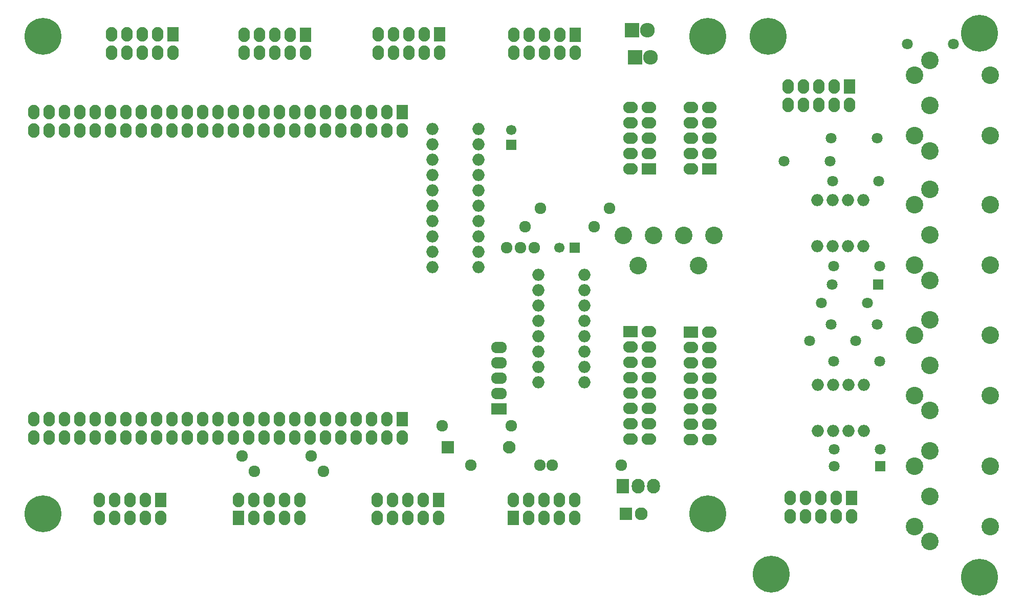
<source format=gbr>
G04 #@! TF.FileFunction,Soldermask,Top*
%FSLAX46Y46*%
G04 Gerber Fmt 4.6, Leading zero omitted, Abs format (unit mm)*
G04 Created by KiCad (PCBNEW 4.0.2-stable) date 18/08/2016 01:32:27*
%MOMM*%
G01*
G04 APERTURE LIST*
%ADD10C,0.100000*%
%ADD11O,2.000000X2.000000*%
%ADD12C,6.100000*%
%ADD13O,1.900000X2.400000*%
%ADD14R,1.900000X2.400000*%
%ADD15C,2.099260*%
%ADD16R,2.099260X2.099260*%
%ADD17R,2.432000X2.432000*%
%ADD18O,2.432000X2.432000*%
%ADD19R,2.127200X2.432000*%
%ADD20O,2.127200X2.432000*%
%ADD21R,2.599640X1.924000*%
%ADD22O,2.599640X1.924000*%
%ADD23C,1.924000*%
%ADD24C,2.899360*%
%ADD25R,2.127200X2.127200*%
%ADD26O,2.127200X2.127200*%
%ADD27O,2.400000X1.900000*%
%ADD28R,2.400000X1.900000*%
%ADD29R,1.700000X1.700000*%
%ADD30C,1.700000*%
%ADD31R,1.797000X1.797000*%
%ADD32C,1.797000*%
G04 APERTURE END LIST*
D10*
D11*
X133620000Y-74280000D03*
X133620000Y-71740000D03*
X133620000Y-69200000D03*
X133620000Y-66660000D03*
X133620000Y-64120000D03*
X133620000Y-61580000D03*
X133620000Y-59040000D03*
X133620000Y-56500000D03*
X126000000Y-56500000D03*
X126000000Y-59040000D03*
X126000000Y-61580000D03*
X126000000Y-64120000D03*
X126000000Y-66660000D03*
X126000000Y-69200000D03*
X126000000Y-71740000D03*
X126000000Y-74280000D03*
D12*
X199000000Y-16500000D03*
X164000000Y-17000000D03*
X199000000Y-106500000D03*
X164500000Y-106000000D03*
D11*
X108500000Y-32380000D03*
X108500000Y-34920000D03*
X108500000Y-37460000D03*
X108500000Y-40000000D03*
X108500000Y-42540000D03*
X108500000Y-45080000D03*
X108500000Y-47620000D03*
X108500000Y-50160000D03*
X108500000Y-52700000D03*
X108500000Y-55240000D03*
X116120000Y-55240000D03*
X116120000Y-52700000D03*
X116120000Y-50160000D03*
X116120000Y-47620000D03*
X116120000Y-45080000D03*
X116120000Y-42540000D03*
X116120000Y-40000000D03*
X116120000Y-37460000D03*
X116120000Y-34920000D03*
X116120000Y-32380000D03*
D13*
X42500000Y-80380000D03*
X45040000Y-80380000D03*
X47580000Y-80380000D03*
X50120000Y-80380000D03*
X52660000Y-80380000D03*
X55200000Y-80380000D03*
X57740000Y-80380000D03*
X60280000Y-80380000D03*
X62820000Y-80380000D03*
X65360000Y-80380000D03*
X67900000Y-80380000D03*
X70440000Y-80380000D03*
X72980000Y-80380000D03*
X75520000Y-80380000D03*
X78060000Y-80380000D03*
X80600000Y-80380000D03*
X83140000Y-80380000D03*
X85680000Y-80380000D03*
X88220000Y-80380000D03*
X90760000Y-80380000D03*
X93300000Y-80380000D03*
X95840000Y-80380000D03*
X98380000Y-80380000D03*
X100920000Y-80380000D03*
D14*
X103460000Y-80380000D03*
D13*
X103460000Y-83420000D03*
X100920000Y-83420000D03*
X98380000Y-83420000D03*
X95840000Y-83420000D03*
X93300000Y-83420000D03*
X90760000Y-83420000D03*
X88220000Y-83420000D03*
X85680000Y-83420000D03*
X83140000Y-83420000D03*
X80600000Y-83420000D03*
X78060000Y-83420000D03*
X75520000Y-83420000D03*
X72980000Y-83420000D03*
X70440000Y-83420000D03*
X67900000Y-83420000D03*
X65360000Y-83420000D03*
X62820000Y-83420000D03*
X60280000Y-83420000D03*
X57740000Y-83420000D03*
X55200000Y-83420000D03*
X52660000Y-83420000D03*
X50120000Y-83420000D03*
X47580000Y-83420000D03*
X45040000Y-83420000D03*
X42500000Y-83420000D03*
X42500000Y-32620000D03*
X45040000Y-32620000D03*
X47580000Y-32620000D03*
X50120000Y-32620000D03*
X52660000Y-32620000D03*
X55200000Y-32620000D03*
X57740000Y-32620000D03*
X60280000Y-32620000D03*
X62820000Y-32620000D03*
X65360000Y-32620000D03*
X67900000Y-32620000D03*
X70440000Y-32620000D03*
X72980000Y-32620000D03*
X75520000Y-32620000D03*
X78060000Y-32620000D03*
X80600000Y-32620000D03*
X83140000Y-32620000D03*
X85680000Y-32620000D03*
X88220000Y-32620000D03*
X90760000Y-32620000D03*
X93300000Y-32620000D03*
X95840000Y-32620000D03*
X98380000Y-32620000D03*
X100920000Y-32620000D03*
X103460000Y-32620000D03*
D14*
X103460000Y-29580000D03*
D13*
X100920000Y-29580000D03*
X98380000Y-29580000D03*
X95840000Y-29580000D03*
X93300000Y-29580000D03*
X90760000Y-29580000D03*
X88220000Y-29580000D03*
X85680000Y-29580000D03*
X83140000Y-29580000D03*
X80600000Y-29580000D03*
X78060000Y-29580000D03*
X75520000Y-29580000D03*
X72980000Y-29580000D03*
X70440000Y-29580000D03*
X67900000Y-29580000D03*
X65360000Y-29580000D03*
X62820000Y-29580000D03*
X60280000Y-29580000D03*
X57740000Y-29580000D03*
X55200000Y-29580000D03*
X52660000Y-29580000D03*
X50120000Y-29580000D03*
X47580000Y-29580000D03*
X45040000Y-29580000D03*
X42500000Y-29580000D03*
D12*
X44000000Y-96000000D03*
D15*
X121160520Y-84997460D03*
D16*
X111000520Y-84997460D03*
D17*
X141500000Y-16000000D03*
D18*
X144040000Y-16000000D03*
D19*
X139960000Y-91500000D03*
D20*
X142500000Y-91500000D03*
X145040000Y-91500000D03*
D17*
X141960000Y-20500000D03*
D18*
X144500000Y-20500000D03*
D21*
X119500000Y-78660000D03*
D22*
X119500000Y-76120000D03*
X119500000Y-73580000D03*
X119500000Y-71040000D03*
X119500000Y-68500000D03*
D23*
X110070000Y-81500000D03*
X121500000Y-81500000D03*
X128285000Y-88000000D03*
X139715000Y-88000000D03*
X79000000Y-89000000D03*
X90430000Y-89000000D03*
X135215000Y-48500000D03*
X123785000Y-48500000D03*
X88430000Y-86500000D03*
X77000000Y-86500000D03*
X114785000Y-88000000D03*
X126215000Y-88000000D03*
X126285000Y-45500000D03*
X137715000Y-45500000D03*
D24*
X142500000Y-55000000D03*
X140000640Y-50001280D03*
X144999360Y-50001280D03*
X152500000Y-55000000D03*
X150000640Y-50001280D03*
X154999360Y-50001280D03*
D25*
X140460000Y-96000000D03*
D26*
X143000000Y-96000000D03*
D23*
X123000000Y-52000000D03*
X125286000Y-52000000D03*
X120714000Y-52000000D03*
D27*
X144250000Y-28840000D03*
X141210000Y-28840000D03*
X141210000Y-31380000D03*
X144250000Y-31380000D03*
D28*
X144250000Y-39000000D03*
D27*
X141210000Y-39000000D03*
X144250000Y-36460000D03*
X141210000Y-36460000D03*
X144250000Y-33920000D03*
X141210000Y-33920000D03*
D13*
X77340000Y-16750000D03*
X77340000Y-19790000D03*
X79880000Y-19790000D03*
X79880000Y-16750000D03*
D14*
X87500000Y-16750000D03*
D13*
X87500000Y-19790000D03*
X84960000Y-16750000D03*
X84960000Y-19790000D03*
X82420000Y-16750000D03*
X82420000Y-19790000D03*
X53380000Y-93710000D03*
X53380000Y-96750000D03*
X55920000Y-96750000D03*
X55920000Y-93710000D03*
D14*
X63540000Y-93710000D03*
D13*
X63540000Y-96750000D03*
X61000000Y-93710000D03*
X61000000Y-96750000D03*
X58460000Y-93710000D03*
X58460000Y-96750000D03*
X99340000Y-93710000D03*
X99340000Y-96750000D03*
X101880000Y-96750000D03*
X101880000Y-93710000D03*
D14*
X109500000Y-93710000D03*
D13*
X109500000Y-96750000D03*
X106960000Y-93710000D03*
X106960000Y-96750000D03*
X104420000Y-93710000D03*
X104420000Y-96750000D03*
X55340000Y-16710000D03*
X55340000Y-19750000D03*
X57880000Y-19750000D03*
X57880000Y-16710000D03*
D14*
X65500000Y-16710000D03*
D13*
X65500000Y-19750000D03*
X62960000Y-16710000D03*
X62960000Y-19750000D03*
X60420000Y-16710000D03*
X60420000Y-19750000D03*
D27*
X154250000Y-28840000D03*
X151210000Y-28840000D03*
X151210000Y-31380000D03*
X154250000Y-31380000D03*
D28*
X154250000Y-39000000D03*
D27*
X151210000Y-39000000D03*
X154250000Y-36460000D03*
X151210000Y-36460000D03*
X154250000Y-33920000D03*
X151210000Y-33920000D03*
D13*
X99500000Y-16710000D03*
X99500000Y-19750000D03*
X102040000Y-19750000D03*
X102040000Y-16710000D03*
D14*
X109660000Y-16710000D03*
D13*
X109660000Y-19750000D03*
X107120000Y-16710000D03*
X107120000Y-19750000D03*
X104580000Y-16710000D03*
X104580000Y-19750000D03*
X121960000Y-16750000D03*
X121960000Y-19790000D03*
X124500000Y-19790000D03*
X124500000Y-16750000D03*
D14*
X132120000Y-16750000D03*
D13*
X132120000Y-19790000D03*
X129580000Y-16750000D03*
X129580000Y-19790000D03*
X127040000Y-16750000D03*
X127040000Y-19790000D03*
X86500000Y-96750000D03*
X86500000Y-93710000D03*
X83960000Y-93710000D03*
X83960000Y-96750000D03*
D14*
X76340000Y-96750000D03*
D13*
X76340000Y-93710000D03*
X78880000Y-96750000D03*
X78880000Y-93710000D03*
X81420000Y-96750000D03*
X81420000Y-93710000D03*
X132000000Y-96750000D03*
X132000000Y-93710000D03*
X129460000Y-93710000D03*
X129460000Y-96750000D03*
D14*
X121840000Y-96750000D03*
D13*
X121840000Y-93710000D03*
X124380000Y-96750000D03*
X124380000Y-93710000D03*
X126920000Y-96750000D03*
X126920000Y-93710000D03*
D27*
X144250000Y-83700000D03*
X141210000Y-83700000D03*
X141210000Y-81160000D03*
X144250000Y-81160000D03*
X144250000Y-78620000D03*
X141210000Y-78620000D03*
X141210000Y-76080000D03*
X144250000Y-76080000D03*
X144250000Y-73540000D03*
X141210000Y-73540000D03*
D28*
X141210000Y-65920000D03*
D27*
X144250000Y-65920000D03*
X141210000Y-68460000D03*
X144250000Y-68460000D03*
X141210000Y-71000000D03*
X144250000Y-71000000D03*
X154250000Y-83780000D03*
X151210000Y-83780000D03*
X151210000Y-81240000D03*
X154250000Y-81240000D03*
X154250000Y-78700000D03*
X151210000Y-78700000D03*
X151210000Y-76160000D03*
X154250000Y-76160000D03*
X154250000Y-73620000D03*
X151210000Y-73620000D03*
D28*
X151210000Y-66000000D03*
D27*
X154250000Y-66000000D03*
X151210000Y-68540000D03*
X154250000Y-68540000D03*
X151210000Y-71080000D03*
X154250000Y-71080000D03*
D12*
X154000000Y-17000000D03*
X44000000Y-17000000D03*
X154000000Y-96000000D03*
D29*
X132000000Y-52000000D03*
D30*
X129500000Y-52000000D03*
D29*
X121500000Y-35000000D03*
D30*
X121500000Y-32500000D03*
D31*
X182530000Y-88190000D03*
D32*
X174910000Y-88190000D03*
D31*
X182200000Y-58070000D03*
D32*
X174580000Y-58070000D03*
D11*
X172250000Y-82290000D03*
X174790000Y-82290000D03*
X177330000Y-82290000D03*
X179870000Y-82290000D03*
X179870000Y-74670000D03*
X177330000Y-74670000D03*
X174790000Y-74670000D03*
X172250000Y-74670000D03*
X172170000Y-51770000D03*
X174710000Y-51770000D03*
X177250000Y-51770000D03*
X179790000Y-51770000D03*
X179790000Y-44150000D03*
X177250000Y-44150000D03*
X174710000Y-44150000D03*
X172170000Y-44150000D03*
D24*
X190727540Y-100645319D03*
X188225640Y-88151059D03*
X190725000Y-93147239D03*
X190727540Y-85649159D03*
X188225640Y-98143419D03*
X200722440Y-88145979D03*
X200722440Y-98148499D03*
X190735100Y-57386820D03*
X188233200Y-44892560D03*
X190732560Y-49888740D03*
X190735100Y-42390660D03*
X188233200Y-54884920D03*
X200730000Y-44887480D03*
X200730000Y-54890000D03*
X190727540Y-78945319D03*
X188225640Y-66451059D03*
X190725000Y-71447239D03*
X190727540Y-63949159D03*
X188225640Y-76443419D03*
X200722440Y-66445979D03*
X200722440Y-76448499D03*
X190725100Y-35986820D03*
X188223200Y-23492560D03*
X190722560Y-28488740D03*
X190725100Y-20990660D03*
X188223200Y-33484920D03*
X200720000Y-23487480D03*
X200720000Y-33490000D03*
D13*
X167650000Y-93390000D03*
X167650000Y-96430000D03*
X170190000Y-96430000D03*
X170190000Y-93390000D03*
D14*
X177810000Y-93390000D03*
D13*
X177810000Y-96430000D03*
X175270000Y-93390000D03*
X175270000Y-96430000D03*
X172730000Y-93390000D03*
X172730000Y-96430000D03*
X167290000Y-25370000D03*
X167290000Y-28410000D03*
X169830000Y-28410000D03*
X169830000Y-25370000D03*
D14*
X177450000Y-25370000D03*
D13*
X177450000Y-28410000D03*
X174910000Y-25370000D03*
X174910000Y-28410000D03*
X172370000Y-25370000D03*
X172370000Y-28410000D03*
D32*
X172820000Y-61160000D03*
X180440000Y-61160000D03*
X174860000Y-70800000D03*
X182480000Y-70800000D03*
X187040000Y-18290000D03*
X194660000Y-18290000D03*
X174640000Y-41030000D03*
X182260000Y-41030000D03*
X182580000Y-85380000D03*
X174960000Y-85380000D03*
X178460000Y-67430000D03*
X170840000Y-67430000D03*
X182010000Y-64750000D03*
X174390000Y-64750000D03*
X182480000Y-55030000D03*
X174860000Y-55030000D03*
X174280000Y-37710000D03*
X166660000Y-37710000D03*
X182020000Y-33850000D03*
X174400000Y-33850000D03*
M02*

</source>
